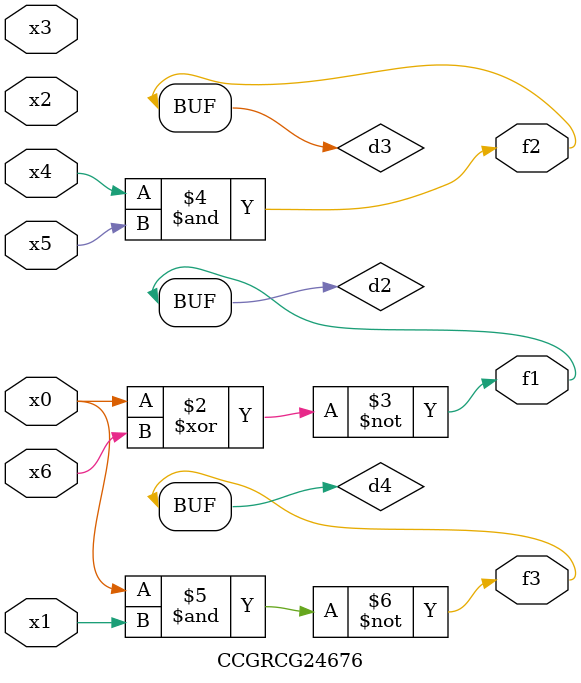
<source format=v>
module CCGRCG24676(
	input x0, x1, x2, x3, x4, x5, x6,
	output f1, f2, f3
);

	wire d1, d2, d3, d4;

	nor (d1, x0);
	xnor (d2, x0, x6);
	and (d3, x4, x5);
	nand (d4, x0, x1);
	assign f1 = d2;
	assign f2 = d3;
	assign f3 = d4;
endmodule

</source>
